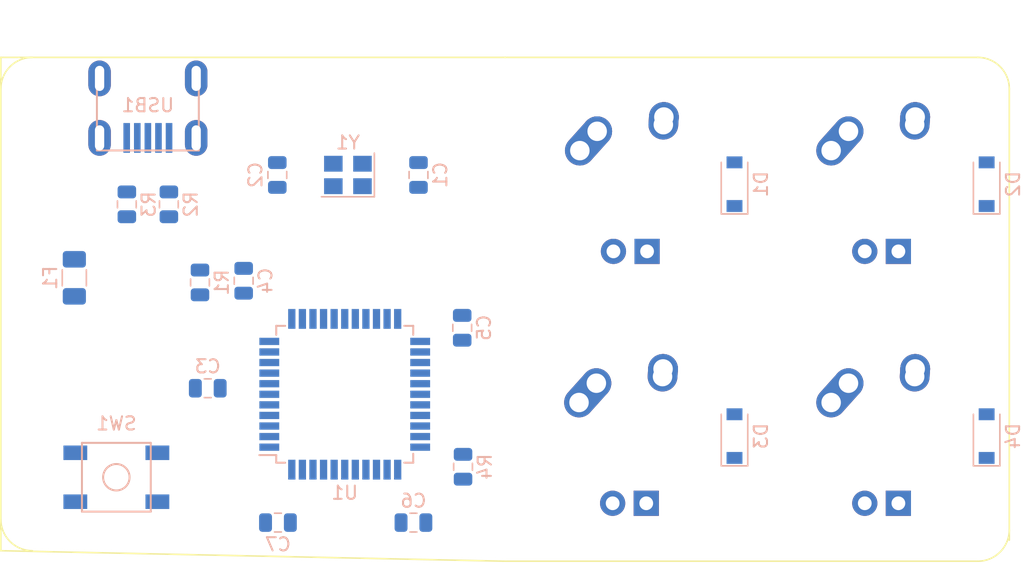
<source format=kicad_pcb>
(kicad_pcb (version 20171130) (host pcbnew "(5.1.4)-1")

  (general
    (thickness 1.6)
    (drawings 10)
    (tracks 0)
    (zones 0)
    (modules 24)
    (nets 48)
  )

  (page A4)
  (layers
    (0 F.Cu signal)
    (31 B.Cu signal)
    (32 B.Adhes user)
    (33 F.Adhes user)
    (34 B.Paste user)
    (35 F.Paste user)
    (36 B.SilkS user)
    (37 F.SilkS user)
    (38 B.Mask user)
    (39 F.Mask user)
    (40 Dwgs.User user)
    (41 Cmts.User user)
    (42 Eco1.User user)
    (43 Eco2.User user)
    (44 Edge.Cuts user)
    (45 Margin user)
    (46 B.CrtYd user)
    (47 F.CrtYd user)
    (48 B.Fab user)
    (49 F.Fab user)
  )

  (setup
    (last_trace_width 0.25)
    (trace_clearance 0.2)
    (zone_clearance 0.508)
    (zone_45_only no)
    (trace_min 0.2)
    (via_size 0.8)
    (via_drill 0.4)
    (via_min_size 0.4)
    (via_min_drill 0.3)
    (uvia_size 0.3)
    (uvia_drill 0.1)
    (uvias_allowed no)
    (uvia_min_size 0.2)
    (uvia_min_drill 0.1)
    (edge_width 0.05)
    (segment_width 0.2)
    (pcb_text_width 0.3)
    (pcb_text_size 1.5 1.5)
    (mod_edge_width 0.12)
    (mod_text_size 1 1)
    (mod_text_width 0.15)
    (pad_size 1.524 1.524)
    (pad_drill 0.762)
    (pad_to_mask_clearance 0.051)
    (solder_mask_min_width 0.25)
    (aux_axis_origin 0 0)
    (visible_elements FFFFFF7F)
    (pcbplotparams
      (layerselection 0x010fc_ffffffff)
      (usegerberextensions false)
      (usegerberattributes false)
      (usegerberadvancedattributes false)
      (creategerberjobfile false)
      (excludeedgelayer true)
      (linewidth 0.100000)
      (plotframeref false)
      (viasonmask false)
      (mode 1)
      (useauxorigin false)
      (hpglpennumber 1)
      (hpglpenspeed 20)
      (hpglpendiameter 15.000000)
      (psnegative false)
      (psa4output false)
      (plotreference true)
      (plotvalue true)
      (plotinvisibletext false)
      (padsonsilk false)
      (subtractmaskfromsilk false)
      (outputformat 1)
      (mirror false)
      (drillshape 1)
      (scaleselection 1)
      (outputdirectory ""))
  )

  (net 0 "")
  (net 1 GND)
  (net 2 "Net-(C1-Pad1)")
  (net 3 "Net-(C2-Pad1)")
  (net 4 "Net-(C3-Pad1)")
  (net 5 +5V)
  (net 6 "Net-(D1-Pad2)")
  (net 7 ROW0)
  (net 8 "Net-(D2-Pad2)")
  (net 9 "Net-(D3-Pad2)")
  (net 10 ROW1)
  (net 11 "Net-(D4-Pad2)")
  (net 12 VCC)
  (net 13 COL0)
  (net 14 COL1)
  (net 15 "Net-(R1-Pad2)")
  (net 16 D+)
  (net 17 "Net-(R2-Pad1)")
  (net 18 D-)
  (net 19 "Net-(R3-Pad1)")
  (net 20 "Net-(R4-Pad2)")
  (net 21 "Net-(U1-Pad42)")
  (net 22 "Net-(U1-Pad41)")
  (net 23 "Net-(U1-Pad40)")
  (net 24 "Net-(U1-Pad39)")
  (net 25 "Net-(U1-Pad38)")
  (net 26 "Net-(U1-Pad37)")
  (net 27 "Net-(U1-Pad36)")
  (net 28 "Net-(U1-Pad32)")
  (net 29 "Net-(U1-Pad31)")
  (net 30 "Net-(U1-Pad30)")
  (net 31 "Net-(U1-Pad29)")
  (net 32 "Net-(U1-Pad28)")
  (net 33 "Net-(U1-Pad27)")
  (net 34 "Net-(U1-Pad26)")
  (net 35 "Net-(U1-Pad25)")
  (net 36 "Net-(U1-Pad22)")
  (net 37 "Net-(U1-Pad21)")
  (net 38 "Net-(U1-Pad20)")
  (net 39 "Net-(U1-Pad19)")
  (net 40 "Net-(U1-Pad18)")
  (net 41 "Net-(U1-Pad12)")
  (net 42 "Net-(U1-Pad11)")
  (net 43 "Net-(U1-Pad10)")
  (net 44 "Net-(U1-Pad9)")
  (net 45 "Net-(U1-Pad8)")
  (net 46 "Net-(U1-Pad1)")
  (net 47 "Net-(USB1-Pad2)")

  (net_class Default "This is the default net class."
    (clearance 0.2)
    (trace_width 0.25)
    (via_dia 0.8)
    (via_drill 0.4)
    (uvia_dia 0.3)
    (uvia_drill 0.1)
    (add_net +5V)
    (add_net COL0)
    (add_net COL1)
    (add_net D+)
    (add_net D-)
    (add_net GND)
    (add_net "Net-(C1-Pad1)")
    (add_net "Net-(C2-Pad1)")
    (add_net "Net-(C3-Pad1)")
    (add_net "Net-(D1-Pad2)")
    (add_net "Net-(D2-Pad2)")
    (add_net "Net-(D3-Pad2)")
    (add_net "Net-(D4-Pad2)")
    (add_net "Net-(R1-Pad2)")
    (add_net "Net-(R2-Pad1)")
    (add_net "Net-(R3-Pad1)")
    (add_net "Net-(R4-Pad2)")
    (add_net "Net-(U1-Pad1)")
    (add_net "Net-(U1-Pad10)")
    (add_net "Net-(U1-Pad11)")
    (add_net "Net-(U1-Pad12)")
    (add_net "Net-(U1-Pad18)")
    (add_net "Net-(U1-Pad19)")
    (add_net "Net-(U1-Pad20)")
    (add_net "Net-(U1-Pad21)")
    (add_net "Net-(U1-Pad22)")
    (add_net "Net-(U1-Pad25)")
    (add_net "Net-(U1-Pad26)")
    (add_net "Net-(U1-Pad27)")
    (add_net "Net-(U1-Pad28)")
    (add_net "Net-(U1-Pad29)")
    (add_net "Net-(U1-Pad30)")
    (add_net "Net-(U1-Pad31)")
    (add_net "Net-(U1-Pad32)")
    (add_net "Net-(U1-Pad36)")
    (add_net "Net-(U1-Pad37)")
    (add_net "Net-(U1-Pad38)")
    (add_net "Net-(U1-Pad39)")
    (add_net "Net-(U1-Pad40)")
    (add_net "Net-(U1-Pad41)")
    (add_net "Net-(U1-Pad42)")
    (add_net "Net-(U1-Pad8)")
    (add_net "Net-(U1-Pad9)")
    (add_net "Net-(USB1-Pad2)")
    (add_net ROW0)
    (add_net ROW1)
    (add_net VCC)
  )

  (module Crystal:Crystal_SMD_3225-4Pin_3.2x2.5mm (layer B.Cu) (tedit 5A0FD1B2) (tstamp 5F2F6804)
    (at 43.688 126.365 180)
    (descr "SMD Crystal SERIES SMD3225/4 http://www.txccrystal.com/images/pdf/7m-accuracy.pdf, 3.2x2.5mm^2 package")
    (tags "SMD SMT crystal")
    (path /5F32CA4F)
    (attr smd)
    (fp_text reference Y1 (at 0 2.45) (layer B.SilkS)
      (effects (font (size 1 1) (thickness 0.15)) (justify mirror))
    )
    (fp_text value 16MHz (at 0 -2.45) (layer B.Fab)
      (effects (font (size 1 1) (thickness 0.15)) (justify mirror))
    )
    (fp_line (start 2.1 1.7) (end -2.1 1.7) (layer B.CrtYd) (width 0.05))
    (fp_line (start 2.1 -1.7) (end 2.1 1.7) (layer B.CrtYd) (width 0.05))
    (fp_line (start -2.1 -1.7) (end 2.1 -1.7) (layer B.CrtYd) (width 0.05))
    (fp_line (start -2.1 1.7) (end -2.1 -1.7) (layer B.CrtYd) (width 0.05))
    (fp_line (start -2 -1.65) (end 2 -1.65) (layer B.SilkS) (width 0.12))
    (fp_line (start -2 1.65) (end -2 -1.65) (layer B.SilkS) (width 0.12))
    (fp_line (start -1.6 -0.25) (end -0.6 -1.25) (layer B.Fab) (width 0.1))
    (fp_line (start 1.6 1.25) (end -1.6 1.25) (layer B.Fab) (width 0.1))
    (fp_line (start 1.6 -1.25) (end 1.6 1.25) (layer B.Fab) (width 0.1))
    (fp_line (start -1.6 -1.25) (end 1.6 -1.25) (layer B.Fab) (width 0.1))
    (fp_line (start -1.6 1.25) (end -1.6 -1.25) (layer B.Fab) (width 0.1))
    (fp_text user %R (at 0 0) (layer B.Fab)
      (effects (font (size 0.7 0.7) (thickness 0.105)) (justify mirror))
    )
    (pad 4 smd rect (at -1.1 0.85 180) (size 1.4 1.2) (layers B.Cu B.Paste B.Mask)
      (net 1 GND))
    (pad 3 smd rect (at 1.1 0.85 180) (size 1.4 1.2) (layers B.Cu B.Paste B.Mask)
      (net 3 "Net-(C2-Pad1)"))
    (pad 2 smd rect (at 1.1 -0.85 180) (size 1.4 1.2) (layers B.Cu B.Paste B.Mask)
      (net 1 GND))
    (pad 1 smd rect (at -1.1 -0.85 180) (size 1.4 1.2) (layers B.Cu B.Paste B.Mask)
      (net 2 "Net-(C1-Pad1)"))
    (model ${KISYS3DMOD}/Crystal.3dshapes/Crystal_SMD_3225-4Pin_3.2x2.5mm.wrl
      (at (xyz 0 0 0))
      (scale (xyz 1 1 1))
      (rotate (xyz 0 0 0))
    )
  )

  (module random-keyboard-parts:Molex-0548190589 (layer B.Cu) (tedit 5C494815) (tstamp 5F2F67F0)
    (at 28.575 119.0625 270)
    (path /5F2E6852)
    (attr smd)
    (fp_text reference USB1 (at 2.032 0) (layer B.SilkS)
      (effects (font (size 1 1) (thickness 0.15)) (justify mirror))
    )
    (fp_text value Molex-0548190589 (at -5.08 0) (layer Dwgs.User)
      (effects (font (size 1 1) (thickness 0.15)))
    )
    (fp_text user %R (at 2 0) (layer B.CrtYd)
      (effects (font (size 1 1) (thickness 0.15)) (justify mirror))
    )
    (fp_line (start 3.25 1.25) (end 5.5 1.25) (layer B.CrtYd) (width 0.15))
    (fp_line (start 5.5 0.5) (end 3.25 0.5) (layer B.CrtYd) (width 0.15))
    (fp_line (start 3.25 -0.5) (end 5.5 -0.5) (layer B.CrtYd) (width 0.15))
    (fp_line (start 5.5 -1.25) (end 3.25 -1.25) (layer B.CrtYd) (width 0.15))
    (fp_line (start 3.25 -2) (end 5.5 -2) (layer B.CrtYd) (width 0.15))
    (fp_line (start 3.25 2) (end 3.25 -2) (layer B.CrtYd) (width 0.15))
    (fp_line (start 5.5 2) (end 3.25 2) (layer B.CrtYd) (width 0.15))
    (fp_line (start -3.75 -3.75) (end -3.75 3.75) (layer B.CrtYd) (width 0.15))
    (fp_line (start 5.5 -3.75) (end -3.75 -3.75) (layer B.CrtYd) (width 0.15))
    (fp_line (start 5.5 3.75) (end 5.5 -3.75) (layer B.CrtYd) (width 0.15))
    (fp_line (start -3.75 3.75) (end 5.5 3.75) (layer B.CrtYd) (width 0.15))
    (fp_line (start 0 3.85) (end 5.45 3.85) (layer B.SilkS) (width 0.15))
    (fp_line (start 0 -3.85) (end 5.45 -3.85) (layer B.SilkS) (width 0.15))
    (fp_line (start 5.45 3.85) (end 5.45 -3.85) (layer B.SilkS) (width 0.15))
    (fp_line (start -3.75 3.85) (end 0 3.85) (layer Dwgs.User) (width 0.15))
    (fp_line (start -3.75 -3.85) (end 0 -3.85) (layer Dwgs.User) (width 0.15))
    (fp_line (start -1.75 4.572) (end -1.75 -4.572) (layer Dwgs.User) (width 0.15))
    (fp_line (start -3.75 3.85) (end -3.75 -3.85) (layer Dwgs.User) (width 0.15))
    (pad 6 thru_hole oval (at 0 3.65 270) (size 2.7 1.7) (drill oval 1.9 0.7) (layers *.Cu *.Mask)
      (net 1 GND))
    (pad 6 thru_hole oval (at 0 -3.65 270) (size 2.7 1.7) (drill oval 1.9 0.7) (layers *.Cu *.Mask)
      (net 1 GND))
    (pad 6 thru_hole oval (at 4.5 -3.65 270) (size 2.7 1.7) (drill oval 1.9 0.7) (layers *.Cu *.Mask)
      (net 1 GND))
    (pad 6 thru_hole oval (at 4.5 3.65 270) (size 2.7 1.7) (drill oval 1.9 0.7) (layers *.Cu *.Mask)
      (net 1 GND))
    (pad 5 smd rect (at 4.5 1.6 270) (size 2.25 0.5) (layers B.Cu B.Paste B.Mask)
      (net 12 VCC))
    (pad 4 smd rect (at 4.5 0.8 270) (size 2.25 0.5) (layers B.Cu B.Paste B.Mask)
      (net 18 D-))
    (pad 3 smd rect (at 4.5 0 270) (size 2.25 0.5) (layers B.Cu B.Paste B.Mask)
      (net 16 D+))
    (pad 2 smd rect (at 4.5 -0.8 270) (size 2.25 0.5) (layers B.Cu B.Paste B.Mask)
      (net 47 "Net-(USB1-Pad2)"))
    (pad 1 smd rect (at 4.5 -1.6 270) (size 2.25 0.5) (layers B.Cu B.Paste B.Mask)
      (net 1 GND))
  )

  (module Package_QFP:TQFP-44_10x10mm_P0.8mm (layer B.Cu) (tedit 5A02F146) (tstamp 5F2F67D0)
    (at 43.449 142.951)
    (descr "44-Lead Plastic Thin Quad Flatpack (PT) - 10x10x1.0 mm Body [TQFP] (see Microchip Packaging Specification 00000049BS.pdf)")
    (tags "QFP 0.8")
    (path /5F2FC833)
    (attr smd)
    (fp_text reference U1 (at 0 7.45) (layer B.SilkS)
      (effects (font (size 1 1) (thickness 0.15)) (justify mirror))
    )
    (fp_text value ATmega32U4-AU (at 0 -7.45) (layer B.Fab)
      (effects (font (size 1 1) (thickness 0.15)) (justify mirror))
    )
    (fp_line (start -5.175 4.6) (end -6.45 4.6) (layer B.SilkS) (width 0.15))
    (fp_line (start 5.175 5.175) (end 4.5 5.175) (layer B.SilkS) (width 0.15))
    (fp_line (start 5.175 -5.175) (end 4.5 -5.175) (layer B.SilkS) (width 0.15))
    (fp_line (start -5.175 -5.175) (end -4.5 -5.175) (layer B.SilkS) (width 0.15))
    (fp_line (start -5.175 5.175) (end -4.5 5.175) (layer B.SilkS) (width 0.15))
    (fp_line (start -5.175 -5.175) (end -5.175 -4.5) (layer B.SilkS) (width 0.15))
    (fp_line (start 5.175 -5.175) (end 5.175 -4.5) (layer B.SilkS) (width 0.15))
    (fp_line (start 5.175 5.175) (end 5.175 4.5) (layer B.SilkS) (width 0.15))
    (fp_line (start -5.175 5.175) (end -5.175 4.6) (layer B.SilkS) (width 0.15))
    (fp_line (start -6.7 -6.7) (end 6.7 -6.7) (layer B.CrtYd) (width 0.05))
    (fp_line (start -6.7 6.7) (end 6.7 6.7) (layer B.CrtYd) (width 0.05))
    (fp_line (start 6.7 6.7) (end 6.7 -6.7) (layer B.CrtYd) (width 0.05))
    (fp_line (start -6.7 6.7) (end -6.7 -6.7) (layer B.CrtYd) (width 0.05))
    (fp_line (start -5 4) (end -4 5) (layer B.Fab) (width 0.15))
    (fp_line (start -5 -5) (end -5 4) (layer B.Fab) (width 0.15))
    (fp_line (start 5 -5) (end -5 -5) (layer B.Fab) (width 0.15))
    (fp_line (start 5 5) (end 5 -5) (layer B.Fab) (width 0.15))
    (fp_line (start -4 5) (end 5 5) (layer B.Fab) (width 0.15))
    (fp_text user %R (at 0 0) (layer B.Fab)
      (effects (font (size 1 1) (thickness 0.15)) (justify mirror))
    )
    (pad 44 smd rect (at -4 5.7 270) (size 1.5 0.55) (layers B.Cu B.Paste B.Mask)
      (net 5 +5V))
    (pad 43 smd rect (at -3.2 5.7 270) (size 1.5 0.55) (layers B.Cu B.Paste B.Mask)
      (net 1 GND))
    (pad 42 smd rect (at -2.4 5.7 270) (size 1.5 0.55) (layers B.Cu B.Paste B.Mask)
      (net 21 "Net-(U1-Pad42)"))
    (pad 41 smd rect (at -1.6 5.7 270) (size 1.5 0.55) (layers B.Cu B.Paste B.Mask)
      (net 22 "Net-(U1-Pad41)"))
    (pad 40 smd rect (at -0.8 5.7 270) (size 1.5 0.55) (layers B.Cu B.Paste B.Mask)
      (net 23 "Net-(U1-Pad40)"))
    (pad 39 smd rect (at 0 5.7 270) (size 1.5 0.55) (layers B.Cu B.Paste B.Mask)
      (net 24 "Net-(U1-Pad39)"))
    (pad 38 smd rect (at 0.8 5.7 270) (size 1.5 0.55) (layers B.Cu B.Paste B.Mask)
      (net 25 "Net-(U1-Pad38)"))
    (pad 37 smd rect (at 1.6 5.7 270) (size 1.5 0.55) (layers B.Cu B.Paste B.Mask)
      (net 26 "Net-(U1-Pad37)"))
    (pad 36 smd rect (at 2.4 5.7 270) (size 1.5 0.55) (layers B.Cu B.Paste B.Mask)
      (net 27 "Net-(U1-Pad36)"))
    (pad 35 smd rect (at 3.2 5.7 270) (size 1.5 0.55) (layers B.Cu B.Paste B.Mask)
      (net 1 GND))
    (pad 34 smd rect (at 4 5.7 270) (size 1.5 0.55) (layers B.Cu B.Paste B.Mask)
      (net 5 +5V))
    (pad 33 smd rect (at 5.7 4) (size 1.5 0.55) (layers B.Cu B.Paste B.Mask)
      (net 20 "Net-(R4-Pad2)"))
    (pad 32 smd rect (at 5.7 3.2) (size 1.5 0.55) (layers B.Cu B.Paste B.Mask)
      (net 28 "Net-(U1-Pad32)"))
    (pad 31 smd rect (at 5.7 2.4) (size 1.5 0.55) (layers B.Cu B.Paste B.Mask)
      (net 29 "Net-(U1-Pad31)"))
    (pad 30 smd rect (at 5.7 1.6) (size 1.5 0.55) (layers B.Cu B.Paste B.Mask)
      (net 30 "Net-(U1-Pad30)"))
    (pad 29 smd rect (at 5.7 0.8) (size 1.5 0.55) (layers B.Cu B.Paste B.Mask)
      (net 31 "Net-(U1-Pad29)"))
    (pad 28 smd rect (at 5.7 0) (size 1.5 0.55) (layers B.Cu B.Paste B.Mask)
      (net 32 "Net-(U1-Pad28)"))
    (pad 27 smd rect (at 5.7 -0.8) (size 1.5 0.55) (layers B.Cu B.Paste B.Mask)
      (net 33 "Net-(U1-Pad27)"))
    (pad 26 smd rect (at 5.7 -1.6) (size 1.5 0.55) (layers B.Cu B.Paste B.Mask)
      (net 34 "Net-(U1-Pad26)"))
    (pad 25 smd rect (at 5.7 -2.4) (size 1.5 0.55) (layers B.Cu B.Paste B.Mask)
      (net 35 "Net-(U1-Pad25)"))
    (pad 24 smd rect (at 5.7 -3.2) (size 1.5 0.55) (layers B.Cu B.Paste B.Mask)
      (net 5 +5V))
    (pad 23 smd rect (at 5.7 -4) (size 1.5 0.55) (layers B.Cu B.Paste B.Mask)
      (net 1 GND))
    (pad 22 smd rect (at 4 -5.7 270) (size 1.5 0.55) (layers B.Cu B.Paste B.Mask)
      (net 36 "Net-(U1-Pad22)"))
    (pad 21 smd rect (at 3.2 -5.7 270) (size 1.5 0.55) (layers B.Cu B.Paste B.Mask)
      (net 37 "Net-(U1-Pad21)"))
    (pad 20 smd rect (at 2.4 -5.7 270) (size 1.5 0.55) (layers B.Cu B.Paste B.Mask)
      (net 38 "Net-(U1-Pad20)"))
    (pad 19 smd rect (at 1.6 -5.7 270) (size 1.5 0.55) (layers B.Cu B.Paste B.Mask)
      (net 39 "Net-(U1-Pad19)"))
    (pad 18 smd rect (at 0.8 -5.7 270) (size 1.5 0.55) (layers B.Cu B.Paste B.Mask)
      (net 40 "Net-(U1-Pad18)"))
    (pad 17 smd rect (at 0 -5.7 270) (size 1.5 0.55) (layers B.Cu B.Paste B.Mask)
      (net 2 "Net-(C1-Pad1)"))
    (pad 16 smd rect (at -0.8 -5.7 270) (size 1.5 0.55) (layers B.Cu B.Paste B.Mask)
      (net 3 "Net-(C2-Pad1)"))
    (pad 15 smd rect (at -1.6 -5.7 270) (size 1.5 0.55) (layers B.Cu B.Paste B.Mask)
      (net 1 GND))
    (pad 14 smd rect (at -2.4 -5.7 270) (size 1.5 0.55) (layers B.Cu B.Paste B.Mask)
      (net 5 +5V))
    (pad 13 smd rect (at -3.2 -5.7 270) (size 1.5 0.55) (layers B.Cu B.Paste B.Mask)
      (net 15 "Net-(R1-Pad2)"))
    (pad 12 smd rect (at -4 -5.7 270) (size 1.5 0.55) (layers B.Cu B.Paste B.Mask)
      (net 41 "Net-(U1-Pad12)"))
    (pad 11 smd rect (at -5.7 -4) (size 1.5 0.55) (layers B.Cu B.Paste B.Mask)
      (net 42 "Net-(U1-Pad11)"))
    (pad 10 smd rect (at -5.7 -3.2) (size 1.5 0.55) (layers B.Cu B.Paste B.Mask)
      (net 43 "Net-(U1-Pad10)"))
    (pad 9 smd rect (at -5.7 -2.4) (size 1.5 0.55) (layers B.Cu B.Paste B.Mask)
      (net 44 "Net-(U1-Pad9)"))
    (pad 8 smd rect (at -5.7 -1.6) (size 1.5 0.55) (layers B.Cu B.Paste B.Mask)
      (net 45 "Net-(U1-Pad8)"))
    (pad 7 smd rect (at -5.7 -0.8) (size 1.5 0.55) (layers B.Cu B.Paste B.Mask)
      (net 5 +5V))
    (pad 6 smd rect (at -5.7 0) (size 1.5 0.55) (layers B.Cu B.Paste B.Mask)
      (net 4 "Net-(C3-Pad1)"))
    (pad 5 smd rect (at -5.7 0.8) (size 1.5 0.55) (layers B.Cu B.Paste B.Mask)
      (net 1 GND))
    (pad 4 smd rect (at -5.7 1.6) (size 1.5 0.55) (layers B.Cu B.Paste B.Mask)
      (net 17 "Net-(R2-Pad1)"))
    (pad 3 smd rect (at -5.7 2.4) (size 1.5 0.55) (layers B.Cu B.Paste B.Mask)
      (net 19 "Net-(R3-Pad1)"))
    (pad 2 smd rect (at -5.7 3.2) (size 1.5 0.55) (layers B.Cu B.Paste B.Mask)
      (net 5 +5V))
    (pad 1 smd rect (at -5.7 4) (size 1.5 0.55) (layers B.Cu B.Paste B.Mask)
      (net 46 "Net-(U1-Pad1)"))
    (model ${KISYS3DMOD}/Package_QFP.3dshapes/TQFP-44_10x10mm_P0.8mm.wrl
      (at (xyz 0 0 0))
      (scale (xyz 1 1 1))
      (rotate (xyz 0 0 0))
    )
  )

  (module random-keyboard-parts:SKQG-1155865 (layer B.Cu) (tedit 5E62B398) (tstamp 5F2F678D)
    (at 26.19375 149.225)
    (path /5F33D731)
    (attr smd)
    (fp_text reference SW1 (at 0 -4.064) (layer B.SilkS)
      (effects (font (size 1 1) (thickness 0.15)) (justify mirror))
    )
    (fp_text value SW_Push (at 0 4.064) (layer B.Fab)
      (effects (font (size 1 1) (thickness 0.15)) (justify mirror))
    )
    (fp_line (start -2.6 2.6) (end 2.6 2.6) (layer B.SilkS) (width 0.15))
    (fp_line (start 2.6 2.6) (end 2.6 -2.6) (layer B.SilkS) (width 0.15))
    (fp_line (start 2.6 -2.6) (end -2.6 -2.6) (layer B.SilkS) (width 0.15))
    (fp_line (start -2.6 -2.6) (end -2.6 2.6) (layer B.SilkS) (width 0.15))
    (fp_circle (center 0 0) (end 1 0) (layer B.SilkS) (width 0.15))
    (fp_line (start -4.2 2.6) (end 4.2 2.6) (layer B.Fab) (width 0.15))
    (fp_line (start 4.2 2.6) (end 4.2 1.2) (layer B.Fab) (width 0.15))
    (fp_line (start 4.2 1.1) (end 2.6 1.1) (layer B.Fab) (width 0.15))
    (fp_line (start 2.6 1.1) (end 2.6 -1.1) (layer B.Fab) (width 0.15))
    (fp_line (start 2.6 -1.1) (end 4.2 -1.1) (layer B.Fab) (width 0.15))
    (fp_line (start 4.2 -1.1) (end 4.2 -2.6) (layer B.Fab) (width 0.15))
    (fp_line (start 4.2 -2.6) (end -4.2 -2.6) (layer B.Fab) (width 0.15))
    (fp_line (start -4.2 -2.6) (end -4.2 -1.1) (layer B.Fab) (width 0.15))
    (fp_line (start -4.2 -1.1) (end -2.6 -1.1) (layer B.Fab) (width 0.15))
    (fp_line (start -2.6 -1.1) (end -2.6 1.1) (layer B.Fab) (width 0.15))
    (fp_line (start -2.6 1.1) (end -4.2 1.1) (layer B.Fab) (width 0.15))
    (fp_line (start -4.2 1.1) (end -4.2 2.6) (layer B.Fab) (width 0.15))
    (fp_circle (center 0 0) (end 1 0) (layer B.Fab) (width 0.15))
    (fp_line (start -2.6 1.1) (end -1.1 2.6) (layer B.Fab) (width 0.15))
    (fp_line (start 2.6 1.1) (end 1.1 2.6) (layer B.Fab) (width 0.15))
    (fp_line (start 2.6 -1.1) (end 1.1 -2.6) (layer B.Fab) (width 0.15))
    (fp_line (start -2.6 -1.1) (end -1.1 -2.6) (layer B.Fab) (width 0.15))
    (pad 4 smd rect (at -3.1 -1.85) (size 1.8 1.1) (layers B.Cu B.Paste B.Mask))
    (pad 3 smd rect (at 3.1 1.85) (size 1.8 1.1) (layers B.Cu B.Paste B.Mask))
    (pad 2 smd rect (at -3.1 1.85) (size 1.8 1.1) (layers B.Cu B.Paste B.Mask)
      (net 15 "Net-(R1-Pad2)"))
    (pad 1 smd rect (at 3.1 -1.85) (size 1.8 1.1) (layers B.Cu B.Paste B.Mask)
      (net 1 GND))
    (model ${KISYS3DMOD}/Button_Switch_SMD.3dshapes/SW_SPST_TL3342.step
      (at (xyz 0 0 0))
      (scale (xyz 1 1 1))
      (rotate (xyz 0 0 0))
    )
  )

  (module Resistor_SMD:R_0805_2012Metric (layer B.Cu) (tedit 5B36C52B) (tstamp 5F2F676F)
    (at 52.3875 148.43125 90)
    (descr "Resistor SMD 0805 (2012 Metric), square (rectangular) end terminal, IPC_7351 nominal, (Body size source: https://docs.google.com/spreadsheets/d/1BsfQQcO9C6DZCsRaXUlFlo91Tg2WpOkGARC1WS5S8t0/edit?usp=sharing), generated with kicad-footprint-generator")
    (tags resistor)
    (path /5F302FF7)
    (attr smd)
    (fp_text reference R4 (at 0 1.65 90) (layer B.SilkS)
      (effects (font (size 1 1) (thickness 0.15)) (justify mirror))
    )
    (fp_text value 10k (at 0 -1.65 90) (layer B.Fab)
      (effects (font (size 1 1) (thickness 0.15)) (justify mirror))
    )
    (fp_text user %R (at 0 0 90) (layer B.Fab)
      (effects (font (size 0.5 0.5) (thickness 0.08)) (justify mirror))
    )
    (fp_line (start 1.68 -0.95) (end -1.68 -0.95) (layer B.CrtYd) (width 0.05))
    (fp_line (start 1.68 0.95) (end 1.68 -0.95) (layer B.CrtYd) (width 0.05))
    (fp_line (start -1.68 0.95) (end 1.68 0.95) (layer B.CrtYd) (width 0.05))
    (fp_line (start -1.68 -0.95) (end -1.68 0.95) (layer B.CrtYd) (width 0.05))
    (fp_line (start -0.258578 -0.71) (end 0.258578 -0.71) (layer B.SilkS) (width 0.12))
    (fp_line (start -0.258578 0.71) (end 0.258578 0.71) (layer B.SilkS) (width 0.12))
    (fp_line (start 1 -0.6) (end -1 -0.6) (layer B.Fab) (width 0.1))
    (fp_line (start 1 0.6) (end 1 -0.6) (layer B.Fab) (width 0.1))
    (fp_line (start -1 0.6) (end 1 0.6) (layer B.Fab) (width 0.1))
    (fp_line (start -1 -0.6) (end -1 0.6) (layer B.Fab) (width 0.1))
    (pad 2 smd roundrect (at 0.9375 0 90) (size 0.975 1.4) (layers B.Cu B.Paste B.Mask) (roundrect_rratio 0.25)
      (net 20 "Net-(R4-Pad2)"))
    (pad 1 smd roundrect (at -0.9375 0 90) (size 0.975 1.4) (layers B.Cu B.Paste B.Mask) (roundrect_rratio 0.25)
      (net 1 GND))
    (model ${KISYS3DMOD}/Resistor_SMD.3dshapes/R_0805_2012Metric.wrl
      (at (xyz 0 0 0))
      (scale (xyz 1 1 1))
      (rotate (xyz 0 0 0))
    )
  )

  (module Resistor_SMD:R_0805_2012Metric (layer B.Cu) (tedit 5B36C52B) (tstamp 5F2F675E)
    (at 26.9875 128.5875 90)
    (descr "Resistor SMD 0805 (2012 Metric), square (rectangular) end terminal, IPC_7351 nominal, (Body size source: https://docs.google.com/spreadsheets/d/1BsfQQcO9C6DZCsRaXUlFlo91Tg2WpOkGARC1WS5S8t0/edit?usp=sharing), generated with kicad-footprint-generator")
    (tags resistor)
    (path /5F30870E)
    (attr smd)
    (fp_text reference R3 (at 0 1.65 270) (layer B.SilkS)
      (effects (font (size 1 1) (thickness 0.15)) (justify mirror))
    )
    (fp_text value 22 (at 0 -1.65 270) (layer B.Fab)
      (effects (font (size 1 1) (thickness 0.15)) (justify mirror))
    )
    (fp_text user %R (at 0 0 270) (layer B.Fab)
      (effects (font (size 0.5 0.5) (thickness 0.08)) (justify mirror))
    )
    (fp_line (start 1.68 -0.95) (end -1.68 -0.95) (layer B.CrtYd) (width 0.05))
    (fp_line (start 1.68 0.95) (end 1.68 -0.95) (layer B.CrtYd) (width 0.05))
    (fp_line (start -1.68 0.95) (end 1.68 0.95) (layer B.CrtYd) (width 0.05))
    (fp_line (start -1.68 -0.95) (end -1.68 0.95) (layer B.CrtYd) (width 0.05))
    (fp_line (start -0.258578 -0.71) (end 0.258578 -0.71) (layer B.SilkS) (width 0.12))
    (fp_line (start -0.258578 0.71) (end 0.258578 0.71) (layer B.SilkS) (width 0.12))
    (fp_line (start 1 -0.6) (end -1 -0.6) (layer B.Fab) (width 0.1))
    (fp_line (start 1 0.6) (end 1 -0.6) (layer B.Fab) (width 0.1))
    (fp_line (start -1 0.6) (end 1 0.6) (layer B.Fab) (width 0.1))
    (fp_line (start -1 -0.6) (end -1 0.6) (layer B.Fab) (width 0.1))
    (pad 2 smd roundrect (at 0.9375 0 90) (size 0.975 1.4) (layers B.Cu B.Paste B.Mask) (roundrect_rratio 0.25)
      (net 18 D-))
    (pad 1 smd roundrect (at -0.9375 0 90) (size 0.975 1.4) (layers B.Cu B.Paste B.Mask) (roundrect_rratio 0.25)
      (net 19 "Net-(R3-Pad1)"))
    (model ${KISYS3DMOD}/Resistor_SMD.3dshapes/R_0805_2012Metric.wrl
      (at (xyz 0 0 0))
      (scale (xyz 1 1 1))
      (rotate (xyz 0 0 0))
    )
  )

  (module Resistor_SMD:R_0805_2012Metric (layer B.Cu) (tedit 5B36C52B) (tstamp 5F2F674D)
    (at 30.1625 128.5875 90)
    (descr "Resistor SMD 0805 (2012 Metric), square (rectangular) end terminal, IPC_7351 nominal, (Body size source: https://docs.google.com/spreadsheets/d/1BsfQQcO9C6DZCsRaXUlFlo91Tg2WpOkGARC1WS5S8t0/edit?usp=sharing), generated with kicad-footprint-generator")
    (tags resistor)
    (path /5F307178)
    (attr smd)
    (fp_text reference R2 (at 0 1.65 90) (layer B.SilkS)
      (effects (font (size 1 1) (thickness 0.15)) (justify mirror))
    )
    (fp_text value 22 (at 0 -1.65 90) (layer B.Fab)
      (effects (font (size 1 1) (thickness 0.15)) (justify mirror))
    )
    (fp_text user %R (at 0 0 90) (layer B.Fab)
      (effects (font (size 0.5 0.5) (thickness 0.08)) (justify mirror))
    )
    (fp_line (start 1.68 -0.95) (end -1.68 -0.95) (layer B.CrtYd) (width 0.05))
    (fp_line (start 1.68 0.95) (end 1.68 -0.95) (layer B.CrtYd) (width 0.05))
    (fp_line (start -1.68 0.95) (end 1.68 0.95) (layer B.CrtYd) (width 0.05))
    (fp_line (start -1.68 -0.95) (end -1.68 0.95) (layer B.CrtYd) (width 0.05))
    (fp_line (start -0.258578 -0.71) (end 0.258578 -0.71) (layer B.SilkS) (width 0.12))
    (fp_line (start -0.258578 0.71) (end 0.258578 0.71) (layer B.SilkS) (width 0.12))
    (fp_line (start 1 -0.6) (end -1 -0.6) (layer B.Fab) (width 0.1))
    (fp_line (start 1 0.6) (end 1 -0.6) (layer B.Fab) (width 0.1))
    (fp_line (start -1 0.6) (end 1 0.6) (layer B.Fab) (width 0.1))
    (fp_line (start -1 -0.6) (end -1 0.6) (layer B.Fab) (width 0.1))
    (pad 2 smd roundrect (at 0.9375 0 90) (size 0.975 1.4) (layers B.Cu B.Paste B.Mask) (roundrect_rratio 0.25)
      (net 16 D+))
    (pad 1 smd roundrect (at -0.9375 0 90) (size 0.975 1.4) (layers B.Cu B.Paste B.Mask) (roundrect_rratio 0.25)
      (net 17 "Net-(R2-Pad1)"))
    (model ${KISYS3DMOD}/Resistor_SMD.3dshapes/R_0805_2012Metric.wrl
      (at (xyz 0 0 0))
      (scale (xyz 1 1 1))
      (rotate (xyz 0 0 0))
    )
  )

  (module Resistor_SMD:R_0805_2012Metric (layer B.Cu) (tedit 5B36C52B) (tstamp 5F2F673C)
    (at 32.512 134.493 90)
    (descr "Resistor SMD 0805 (2012 Metric), square (rectangular) end terminal, IPC_7351 nominal, (Body size source: https://docs.google.com/spreadsheets/d/1BsfQQcO9C6DZCsRaXUlFlo91Tg2WpOkGARC1WS5S8t0/edit?usp=sharing), generated with kicad-footprint-generator")
    (tags resistor)
    (path /5F343573)
    (attr smd)
    (fp_text reference R1 (at 0 1.65 270) (layer B.SilkS)
      (effects (font (size 1 1) (thickness 0.15)) (justify mirror))
    )
    (fp_text value 10k (at 0 -1.65 270) (layer B.Fab)
      (effects (font (size 1 1) (thickness 0.15)) (justify mirror))
    )
    (fp_text user %R (at 0 0 270) (layer B.Fab)
      (effects (font (size 0.5 0.5) (thickness 0.08)) (justify mirror))
    )
    (fp_line (start 1.68 -0.95) (end -1.68 -0.95) (layer B.CrtYd) (width 0.05))
    (fp_line (start 1.68 0.95) (end 1.68 -0.95) (layer B.CrtYd) (width 0.05))
    (fp_line (start -1.68 0.95) (end 1.68 0.95) (layer B.CrtYd) (width 0.05))
    (fp_line (start -1.68 -0.95) (end -1.68 0.95) (layer B.CrtYd) (width 0.05))
    (fp_line (start -0.258578 -0.71) (end 0.258578 -0.71) (layer B.SilkS) (width 0.12))
    (fp_line (start -0.258578 0.71) (end 0.258578 0.71) (layer B.SilkS) (width 0.12))
    (fp_line (start 1 -0.6) (end -1 -0.6) (layer B.Fab) (width 0.1))
    (fp_line (start 1 0.6) (end 1 -0.6) (layer B.Fab) (width 0.1))
    (fp_line (start -1 0.6) (end 1 0.6) (layer B.Fab) (width 0.1))
    (fp_line (start -1 -0.6) (end -1 0.6) (layer B.Fab) (width 0.1))
    (pad 2 smd roundrect (at 0.9375 0 90) (size 0.975 1.4) (layers B.Cu B.Paste B.Mask) (roundrect_rratio 0.25)
      (net 15 "Net-(R1-Pad2)"))
    (pad 1 smd roundrect (at -0.9375 0 90) (size 0.975 1.4) (layers B.Cu B.Paste B.Mask) (roundrect_rratio 0.25)
      (net 5 +5V))
    (model ${KISYS3DMOD}/Resistor_SMD.3dshapes/R_0805_2012Metric.wrl
      (at (xyz 0 0 0))
      (scale (xyz 1 1 1))
      (rotate (xyz 0 0 0))
    )
  )

  (module MX_Alps_Hybrid:MX-1U (layer F.Cu) (tedit 5A9F3A9A) (tstamp 5F2F672B)
    (at 84.0105 146.1135)
    (path /5F328306)
    (fp_text reference MX4 (at 0 3.175) (layer Dwgs.User)
      (effects (font (size 1 1) (thickness 0.15)))
    )
    (fp_text value MX-NoLED (at 0 -7.9375) (layer Dwgs.User)
      (effects (font (size 1 1) (thickness 0.15)))
    )
    (fp_line (start -9.525 9.525) (end -9.525 -9.525) (layer Dwgs.User) (width 0.15))
    (fp_line (start 9.525 9.525) (end -9.525 9.525) (layer Dwgs.User) (width 0.15))
    (fp_line (start 9.525 -9.525) (end 9.525 9.525) (layer Dwgs.User) (width 0.15))
    (fp_line (start -9.525 -9.525) (end 9.525 -9.525) (layer Dwgs.User) (width 0.15))
    (fp_line (start -7 -7) (end -7 -5) (layer Dwgs.User) (width 0.15))
    (fp_line (start -5 -7) (end -7 -7) (layer Dwgs.User) (width 0.15))
    (fp_line (start -7 7) (end -5 7) (layer Dwgs.User) (width 0.15))
    (fp_line (start -7 5) (end -7 7) (layer Dwgs.User) (width 0.15))
    (fp_line (start 7 7) (end 7 5) (layer Dwgs.User) (width 0.15))
    (fp_line (start 5 7) (end 7 7) (layer Dwgs.User) (width 0.15))
    (fp_line (start 7 -7) (end 7 -5) (layer Dwgs.User) (width 0.15))
    (fp_line (start 5 -7) (end 7 -7) (layer Dwgs.User) (width 0.15))
    (pad "" np_thru_hole circle (at 5.08 0 48.0996) (size 1.75 1.75) (drill 1.75) (layers *.Cu *.Mask))
    (pad "" np_thru_hole circle (at -5.08 0 48.0996) (size 1.75 1.75) (drill 1.75) (layers *.Cu *.Mask))
    (pad 4 thru_hole rect (at 1.27 5.08) (size 1.905 1.905) (drill 1.04) (layers *.Cu B.Mask))
    (pad 3 thru_hole circle (at -1.27 5.08) (size 1.905 1.905) (drill 1.04) (layers *.Cu B.Mask))
    (pad 1 thru_hole circle (at -2.5 -4) (size 2.25 2.25) (drill 1.47) (layers *.Cu B.Mask)
      (net 14 COL1))
    (pad "" np_thru_hole circle (at 0 0) (size 3.9878 3.9878) (drill 3.9878) (layers *.Cu *.Mask))
    (pad 1 thru_hole oval (at -3.81 -2.54 48.0996) (size 4.211556 2.25) (drill 1.47 (offset 0.980778 0)) (layers *.Cu B.Mask)
      (net 14 COL1))
    (pad 2 thru_hole circle (at 2.54 -5.08) (size 2.25 2.25) (drill 1.47) (layers *.Cu B.Mask)
      (net 11 "Net-(D4-Pad2)"))
    (pad 2 thru_hole oval (at 2.5 -4.5 86.0548) (size 2.831378 2.25) (drill 1.47 (offset 0.290689 0)) (layers *.Cu B.Mask)
      (net 11 "Net-(D4-Pad2)"))
  )

  (module MX_Alps_Hybrid:MX-1U (layer F.Cu) (tedit 5A9F3A9A) (tstamp 5F2F6712)
    (at 64.9605 146.1135)
    (path /5F321FE0)
    (fp_text reference MX3 (at 0 3.175) (layer Dwgs.User)
      (effects (font (size 1 1) (thickness 0.15)))
    )
    (fp_text value MX-NoLED (at 0 -7.9375) (layer Dwgs.User)
      (effects (font (size 1 1) (thickness 0.15)))
    )
    (fp_line (start -9.525 9.525) (end -9.525 -9.525) (layer Dwgs.User) (width 0.15))
    (fp_line (start 9.525 9.525) (end -9.525 9.525) (layer Dwgs.User) (width 0.15))
    (fp_line (start 9.525 -9.525) (end 9.525 9.525) (layer Dwgs.User) (width 0.15))
    (fp_line (start -9.525 -9.525) (end 9.525 -9.525) (layer Dwgs.User) (width 0.15))
    (fp_line (start -7 -7) (end -7 -5) (layer Dwgs.User) (width 0.15))
    (fp_line (start -5 -7) (end -7 -7) (layer Dwgs.User) (width 0.15))
    (fp_line (start -7 7) (end -5 7) (layer Dwgs.User) (width 0.15))
    (fp_line (start -7 5) (end -7 7) (layer Dwgs.User) (width 0.15))
    (fp_line (start 7 7) (end 7 5) (layer Dwgs.User) (width 0.15))
    (fp_line (start 5 7) (end 7 7) (layer Dwgs.User) (width 0.15))
    (fp_line (start 7 -7) (end 7 -5) (layer Dwgs.User) (width 0.15))
    (fp_line (start 5 -7) (end 7 -7) (layer Dwgs.User) (width 0.15))
    (pad "" np_thru_hole circle (at 5.08 0 48.0996) (size 1.75 1.75) (drill 1.75) (layers *.Cu *.Mask))
    (pad "" np_thru_hole circle (at -5.08 0 48.0996) (size 1.75 1.75) (drill 1.75) (layers *.Cu *.Mask))
    (pad 4 thru_hole rect (at 1.27 5.08) (size 1.905 1.905) (drill 1.04) (layers *.Cu B.Mask))
    (pad 3 thru_hole circle (at -1.27 5.08) (size 1.905 1.905) (drill 1.04) (layers *.Cu B.Mask))
    (pad 1 thru_hole circle (at -2.5 -4) (size 2.25 2.25) (drill 1.47) (layers *.Cu B.Mask)
      (net 13 COL0))
    (pad "" np_thru_hole circle (at 0 0) (size 3.9878 3.9878) (drill 3.9878) (layers *.Cu *.Mask))
    (pad 1 thru_hole oval (at -3.81 -2.54 48.0996) (size 4.211556 2.25) (drill 1.47 (offset 0.980778 0)) (layers *.Cu B.Mask)
      (net 13 COL0))
    (pad 2 thru_hole circle (at 2.54 -5.08) (size 2.25 2.25) (drill 1.47) (layers *.Cu B.Mask)
      (net 9 "Net-(D3-Pad2)"))
    (pad 2 thru_hole oval (at 2.5 -4.5 86.0548) (size 2.831378 2.25) (drill 1.47 (offset 0.290689 0)) (layers *.Cu B.Mask)
      (net 9 "Net-(D3-Pad2)"))
  )

  (module MX_Alps_Hybrid:MX-1U (layer F.Cu) (tedit 5A9F3A9A) (tstamp 5F2F66F9)
    (at 84.0105 127.0635)
    (path /5F31EDBF)
    (fp_text reference MX2 (at 0 3.175) (layer Dwgs.User)
      (effects (font (size 1 1) (thickness 0.15)))
    )
    (fp_text value MX-NoLED (at 0 -7.9375) (layer Dwgs.User)
      (effects (font (size 1 1) (thickness 0.15)))
    )
    (fp_line (start -9.525 9.525) (end -9.525 -9.525) (layer Dwgs.User) (width 0.15))
    (fp_line (start 9.525 9.525) (end -9.525 9.525) (layer Dwgs.User) (width 0.15))
    (fp_line (start 9.525 -9.525) (end 9.525 9.525) (layer Dwgs.User) (width 0.15))
    (fp_line (start -9.525 -9.525) (end 9.525 -9.525) (layer Dwgs.User) (width 0.15))
    (fp_line (start -7 -7) (end -7 -5) (layer Dwgs.User) (width 0.15))
    (fp_line (start -5 -7) (end -7 -7) (layer Dwgs.User) (width 0.15))
    (fp_line (start -7 7) (end -5 7) (layer Dwgs.User) (width 0.15))
    (fp_line (start -7 5) (end -7 7) (layer Dwgs.User) (width 0.15))
    (fp_line (start 7 7) (end 7 5) (layer Dwgs.User) (width 0.15))
    (fp_line (start 5 7) (end 7 7) (layer Dwgs.User) (width 0.15))
    (fp_line (start 7 -7) (end 7 -5) (layer Dwgs.User) (width 0.15))
    (fp_line (start 5 -7) (end 7 -7) (layer Dwgs.User) (width 0.15))
    (pad "" np_thru_hole circle (at 5.08 0 48.0996) (size 1.75 1.75) (drill 1.75) (layers *.Cu *.Mask))
    (pad "" np_thru_hole circle (at -5.08 0 48.0996) (size 1.75 1.75) (drill 1.75) (layers *.Cu *.Mask))
    (pad 4 thru_hole rect (at 1.27 5.08) (size 1.905 1.905) (drill 1.04) (layers *.Cu B.Mask))
    (pad 3 thru_hole circle (at -1.27 5.08) (size 1.905 1.905) (drill 1.04) (layers *.Cu B.Mask))
    (pad 1 thru_hole circle (at -2.5 -4) (size 2.25 2.25) (drill 1.47) (layers *.Cu B.Mask)
      (net 14 COL1))
    (pad "" np_thru_hole circle (at 0 0) (size 3.9878 3.9878) (drill 3.9878) (layers *.Cu *.Mask))
    (pad 1 thru_hole oval (at -3.81 -2.54 48.0996) (size 4.211556 2.25) (drill 1.47 (offset 0.980778 0)) (layers *.Cu B.Mask)
      (net 14 COL1))
    (pad 2 thru_hole circle (at 2.54 -5.08) (size 2.25 2.25) (drill 1.47) (layers *.Cu B.Mask)
      (net 8 "Net-(D2-Pad2)"))
    (pad 2 thru_hole oval (at 2.5 -4.5 86.0548) (size 2.831378 2.25) (drill 1.47 (offset 0.290689 0)) (layers *.Cu B.Mask)
      (net 8 "Net-(D2-Pad2)"))
  )

  (module MX_Alps_Hybrid:MX-1U (layer F.Cu) (tedit 5A9F3A9A) (tstamp 5F2F66E0)
    (at 65.022 127.0635)
    (path /5F303898)
    (fp_text reference MX1 (at 0 3.175) (layer Dwgs.User)
      (effects (font (size 1 1) (thickness 0.15)))
    )
    (fp_text value MX-NoLED (at 0 -7.9375) (layer Dwgs.User)
      (effects (font (size 1 1) (thickness 0.15)))
    )
    (fp_line (start -9.525 9.525) (end -9.525 -9.525) (layer Dwgs.User) (width 0.15))
    (fp_line (start 9.525 9.525) (end -9.525 9.525) (layer Dwgs.User) (width 0.15))
    (fp_line (start 9.525 -9.525) (end 9.525 9.525) (layer Dwgs.User) (width 0.15))
    (fp_line (start -9.525 -9.525) (end 9.525 -9.525) (layer Dwgs.User) (width 0.15))
    (fp_line (start -7 -7) (end -7 -5) (layer Dwgs.User) (width 0.15))
    (fp_line (start -5 -7) (end -7 -7) (layer Dwgs.User) (width 0.15))
    (fp_line (start -7 7) (end -5 7) (layer Dwgs.User) (width 0.15))
    (fp_line (start -7 5) (end -7 7) (layer Dwgs.User) (width 0.15))
    (fp_line (start 7 7) (end 7 5) (layer Dwgs.User) (width 0.15))
    (fp_line (start 5 7) (end 7 7) (layer Dwgs.User) (width 0.15))
    (fp_line (start 7 -7) (end 7 -5) (layer Dwgs.User) (width 0.15))
    (fp_line (start 5 -7) (end 7 -7) (layer Dwgs.User) (width 0.15))
    (pad "" np_thru_hole circle (at 5.08 0 48.0996) (size 1.75 1.75) (drill 1.75) (layers *.Cu *.Mask))
    (pad "" np_thru_hole circle (at -5.08 0 48.0996) (size 1.75 1.75) (drill 1.75) (layers *.Cu *.Mask))
    (pad 4 thru_hole rect (at 1.27 5.08) (size 1.905 1.905) (drill 1.04) (layers *.Cu B.Mask))
    (pad 3 thru_hole circle (at -1.27 5.08) (size 1.905 1.905) (drill 1.04) (layers *.Cu B.Mask))
    (pad 1 thru_hole circle (at -2.5 -4) (size 2.25 2.25) (drill 1.47) (layers *.Cu B.Mask)
      (net 13 COL0))
    (pad "" np_thru_hole circle (at 0 0) (size 3.9878 3.9878) (drill 3.9878) (layers *.Cu *.Mask))
    (pad 1 thru_hole oval (at -3.81 -2.54 48.0996) (size 4.211556 2.25) (drill 1.47 (offset 0.980778 0)) (layers *.Cu B.Mask)
      (net 13 COL0))
    (pad 2 thru_hole circle (at 2.54 -5.08) (size 2.25 2.25) (drill 1.47) (layers *.Cu B.Mask)
      (net 6 "Net-(D1-Pad2)"))
    (pad 2 thru_hole oval (at 2.5 -4.5 86.0548) (size 2.831378 2.25) (drill 1.47 (offset 0.290689 0)) (layers *.Cu B.Mask)
      (net 6 "Net-(D1-Pad2)"))
  )

  (module Fuse:Fuse_1206_3216Metric (layer B.Cu) (tedit 5B301BBE) (tstamp 5F2F66C7)
    (at 23.01875 134.14375 270)
    (descr "Fuse SMD 1206 (3216 Metric), square (rectangular) end terminal, IPC_7351 nominal, (Body size source: http://www.tortai-tech.com/upload/download/2011102023233369053.pdf), generated with kicad-footprint-generator")
    (tags resistor)
    (path /5F2F4640)
    (attr smd)
    (fp_text reference F1 (at 0 1.82 90) (layer B.SilkS)
      (effects (font (size 1 1) (thickness 0.15)) (justify mirror))
    )
    (fp_text value 500mA (at 0 -1.82 90) (layer B.Fab)
      (effects (font (size 1 1) (thickness 0.15)) (justify mirror))
    )
    (fp_text user %R (at 0 0 90) (layer B.Fab)
      (effects (font (size 0.8 0.8) (thickness 0.12)) (justify mirror))
    )
    (fp_line (start 2.28 -1.12) (end -2.28 -1.12) (layer B.CrtYd) (width 0.05))
    (fp_line (start 2.28 1.12) (end 2.28 -1.12) (layer B.CrtYd) (width 0.05))
    (fp_line (start -2.28 1.12) (end 2.28 1.12) (layer B.CrtYd) (width 0.05))
    (fp_line (start -2.28 -1.12) (end -2.28 1.12) (layer B.CrtYd) (width 0.05))
    (fp_line (start -0.602064 -0.91) (end 0.602064 -0.91) (layer B.SilkS) (width 0.12))
    (fp_line (start -0.602064 0.91) (end 0.602064 0.91) (layer B.SilkS) (width 0.12))
    (fp_line (start 1.6 -0.8) (end -1.6 -0.8) (layer B.Fab) (width 0.1))
    (fp_line (start 1.6 0.8) (end 1.6 -0.8) (layer B.Fab) (width 0.1))
    (fp_line (start -1.6 0.8) (end 1.6 0.8) (layer B.Fab) (width 0.1))
    (fp_line (start -1.6 -0.8) (end -1.6 0.8) (layer B.Fab) (width 0.1))
    (pad 2 smd roundrect (at 1.4 0 270) (size 1.25 1.75) (layers B.Cu B.Paste B.Mask) (roundrect_rratio 0.2)
      (net 12 VCC))
    (pad 1 smd roundrect (at -1.4 0 270) (size 1.25 1.75) (layers B.Cu B.Paste B.Mask) (roundrect_rratio 0.2)
      (net 5 +5V))
    (model ${KISYS3DMOD}/Fuse.3dshapes/Fuse_1206_3216Metric.wrl
      (at (xyz 0 0 0))
      (scale (xyz 1 1 1))
      (rotate (xyz 0 0 0))
    )
  )

  (module Diode_SMD:D_SOD-123 (layer B.Cu) (tedit 58645DC7) (tstamp 5F2F66B6)
    (at 91.948 146.1135 90)
    (descr SOD-123)
    (tags SOD-123)
    (path /5F328310)
    (attr smd)
    (fp_text reference D4 (at 0 2 -90) (layer B.SilkS)
      (effects (font (size 1 1) (thickness 0.15)) (justify mirror))
    )
    (fp_text value D_Small (at 0 -2.1 -90) (layer B.Fab)
      (effects (font (size 1 1) (thickness 0.15)) (justify mirror))
    )
    (fp_line (start -2.25 1) (end 1.65 1) (layer B.SilkS) (width 0.12))
    (fp_line (start -2.25 -1) (end 1.65 -1) (layer B.SilkS) (width 0.12))
    (fp_line (start -2.35 1.15) (end -2.35 -1.15) (layer B.CrtYd) (width 0.05))
    (fp_line (start 2.35 -1.15) (end -2.35 -1.15) (layer B.CrtYd) (width 0.05))
    (fp_line (start 2.35 1.15) (end 2.35 -1.15) (layer B.CrtYd) (width 0.05))
    (fp_line (start -2.35 1.15) (end 2.35 1.15) (layer B.CrtYd) (width 0.05))
    (fp_line (start -1.4 0.9) (end 1.4 0.9) (layer B.Fab) (width 0.1))
    (fp_line (start 1.4 0.9) (end 1.4 -0.9) (layer B.Fab) (width 0.1))
    (fp_line (start 1.4 -0.9) (end -1.4 -0.9) (layer B.Fab) (width 0.1))
    (fp_line (start -1.4 -0.9) (end -1.4 0.9) (layer B.Fab) (width 0.1))
    (fp_line (start -0.75 0) (end -0.35 0) (layer B.Fab) (width 0.1))
    (fp_line (start -0.35 0) (end -0.35 0.55) (layer B.Fab) (width 0.1))
    (fp_line (start -0.35 0) (end -0.35 -0.55) (layer B.Fab) (width 0.1))
    (fp_line (start -0.35 0) (end 0.25 0.4) (layer B.Fab) (width 0.1))
    (fp_line (start 0.25 0.4) (end 0.25 -0.4) (layer B.Fab) (width 0.1))
    (fp_line (start 0.25 -0.4) (end -0.35 0) (layer B.Fab) (width 0.1))
    (fp_line (start 0.25 0) (end 0.75 0) (layer B.Fab) (width 0.1))
    (fp_line (start -2.25 1) (end -2.25 -1) (layer B.SilkS) (width 0.12))
    (fp_text user %R (at 0 2 -90) (layer B.Fab)
      (effects (font (size 1 1) (thickness 0.15)) (justify mirror))
    )
    (pad 2 smd rect (at 1.65 0 90) (size 0.9 1.2) (layers B.Cu B.Paste B.Mask)
      (net 11 "Net-(D4-Pad2)"))
    (pad 1 smd rect (at -1.65 0 90) (size 0.9 1.2) (layers B.Cu B.Paste B.Mask)
      (net 10 ROW1))
    (model ${KISYS3DMOD}/Diode_SMD.3dshapes/D_SOD-123.wrl
      (at (xyz 0 0 0))
      (scale (xyz 1 1 1))
      (rotate (xyz 0 0 0))
    )
  )

  (module Diode_SMD:D_SOD-123 (layer B.Cu) (tedit 58645DC7) (tstamp 5F2F669D)
    (at 72.898 146.1135 90)
    (descr SOD-123)
    (tags SOD-123)
    (path /5F321FEA)
    (attr smd)
    (fp_text reference D3 (at 0 2 -90) (layer B.SilkS)
      (effects (font (size 1 1) (thickness 0.15)) (justify mirror))
    )
    (fp_text value D_Small (at 0 -2.1 -90) (layer B.Fab)
      (effects (font (size 1 1) (thickness 0.15)) (justify mirror))
    )
    (fp_line (start -2.25 1) (end 1.65 1) (layer B.SilkS) (width 0.12))
    (fp_line (start -2.25 -1) (end 1.65 -1) (layer B.SilkS) (width 0.12))
    (fp_line (start -2.35 1.15) (end -2.35 -1.15) (layer B.CrtYd) (width 0.05))
    (fp_line (start 2.35 -1.15) (end -2.35 -1.15) (layer B.CrtYd) (width 0.05))
    (fp_line (start 2.35 1.15) (end 2.35 -1.15) (layer B.CrtYd) (width 0.05))
    (fp_line (start -2.35 1.15) (end 2.35 1.15) (layer B.CrtYd) (width 0.05))
    (fp_line (start -1.4 0.9) (end 1.4 0.9) (layer B.Fab) (width 0.1))
    (fp_line (start 1.4 0.9) (end 1.4 -0.9) (layer B.Fab) (width 0.1))
    (fp_line (start 1.4 -0.9) (end -1.4 -0.9) (layer B.Fab) (width 0.1))
    (fp_line (start -1.4 -0.9) (end -1.4 0.9) (layer B.Fab) (width 0.1))
    (fp_line (start -0.75 0) (end -0.35 0) (layer B.Fab) (width 0.1))
    (fp_line (start -0.35 0) (end -0.35 0.55) (layer B.Fab) (width 0.1))
    (fp_line (start -0.35 0) (end -0.35 -0.55) (layer B.Fab) (width 0.1))
    (fp_line (start -0.35 0) (end 0.25 0.4) (layer B.Fab) (width 0.1))
    (fp_line (start 0.25 0.4) (end 0.25 -0.4) (layer B.Fab) (width 0.1))
    (fp_line (start 0.25 -0.4) (end -0.35 0) (layer B.Fab) (width 0.1))
    (fp_line (start 0.25 0) (end 0.75 0) (layer B.Fab) (width 0.1))
    (fp_line (start -2.25 1) (end -2.25 -1) (layer B.SilkS) (width 0.12))
    (fp_text user %R (at 0 2 -90) (layer B.Fab)
      (effects (font (size 1 1) (thickness 0.15)) (justify mirror))
    )
    (pad 2 smd rect (at 1.65 0 90) (size 0.9 1.2) (layers B.Cu B.Paste B.Mask)
      (net 9 "Net-(D3-Pad2)"))
    (pad 1 smd rect (at -1.65 0 90) (size 0.9 1.2) (layers B.Cu B.Paste B.Mask)
      (net 10 ROW1))
    (model ${KISYS3DMOD}/Diode_SMD.3dshapes/D_SOD-123.wrl
      (at (xyz 0 0 0))
      (scale (xyz 1 1 1))
      (rotate (xyz 0 0 0))
    )
  )

  (module Diode_SMD:D_SOD-123 (layer B.Cu) (tedit 58645DC7) (tstamp 5F2F6684)
    (at 91.948 127.0635 90)
    (descr SOD-123)
    (tags SOD-123)
    (path /5F31EDC9)
    (attr smd)
    (fp_text reference D2 (at 0 2 270) (layer B.SilkS)
      (effects (font (size 1 1) (thickness 0.15)) (justify mirror))
    )
    (fp_text value D_Small (at 0 -2.1 270) (layer B.Fab)
      (effects (font (size 1 1) (thickness 0.15)) (justify mirror))
    )
    (fp_line (start -2.25 1) (end 1.65 1) (layer B.SilkS) (width 0.12))
    (fp_line (start -2.25 -1) (end 1.65 -1) (layer B.SilkS) (width 0.12))
    (fp_line (start -2.35 1.15) (end -2.35 -1.15) (layer B.CrtYd) (width 0.05))
    (fp_line (start 2.35 -1.15) (end -2.35 -1.15) (layer B.CrtYd) (width 0.05))
    (fp_line (start 2.35 1.15) (end 2.35 -1.15) (layer B.CrtYd) (width 0.05))
    (fp_line (start -2.35 1.15) (end 2.35 1.15) (layer B.CrtYd) (width 0.05))
    (fp_line (start -1.4 0.9) (end 1.4 0.9) (layer B.Fab) (width 0.1))
    (fp_line (start 1.4 0.9) (end 1.4 -0.9) (layer B.Fab) (width 0.1))
    (fp_line (start 1.4 -0.9) (end -1.4 -0.9) (layer B.Fab) (width 0.1))
    (fp_line (start -1.4 -0.9) (end -1.4 0.9) (layer B.Fab) (width 0.1))
    (fp_line (start -0.75 0) (end -0.35 0) (layer B.Fab) (width 0.1))
    (fp_line (start -0.35 0) (end -0.35 0.55) (layer B.Fab) (width 0.1))
    (fp_line (start -0.35 0) (end -0.35 -0.55) (layer B.Fab) (width 0.1))
    (fp_line (start -0.35 0) (end 0.25 0.4) (layer B.Fab) (width 0.1))
    (fp_line (start 0.25 0.4) (end 0.25 -0.4) (layer B.Fab) (width 0.1))
    (fp_line (start 0.25 -0.4) (end -0.35 0) (layer B.Fab) (width 0.1))
    (fp_line (start 0.25 0) (end 0.75 0) (layer B.Fab) (width 0.1))
    (fp_line (start -2.25 1) (end -2.25 -1) (layer B.SilkS) (width 0.12))
    (fp_text user %R (at 0 2 270) (layer B.Fab)
      (effects (font (size 1 1) (thickness 0.15)) (justify mirror))
    )
    (pad 2 smd rect (at 1.65 0 90) (size 0.9 1.2) (layers B.Cu B.Paste B.Mask)
      (net 8 "Net-(D2-Pad2)"))
    (pad 1 smd rect (at -1.65 0 90) (size 0.9 1.2) (layers B.Cu B.Paste B.Mask)
      (net 7 ROW0))
    (model ${KISYS3DMOD}/Diode_SMD.3dshapes/D_SOD-123.wrl
      (at (xyz 0 0 0))
      (scale (xyz 1 1 1))
      (rotate (xyz 0 0 0))
    )
  )

  (module Diode_SMD:D_SOD-123 (layer B.Cu) (tedit 58645DC7) (tstamp 5F2F666B)
    (at 72.898 127.0635 90)
    (descr SOD-123)
    (tags SOD-123)
    (path /5F309526)
    (attr smd)
    (fp_text reference D1 (at 0 2 270) (layer B.SilkS)
      (effects (font (size 1 1) (thickness 0.15)) (justify mirror))
    )
    (fp_text value D_Small (at 0 -2.1 270) (layer B.Fab)
      (effects (font (size 1 1) (thickness 0.15)) (justify mirror))
    )
    (fp_line (start -2.25 1) (end 1.65 1) (layer B.SilkS) (width 0.12))
    (fp_line (start -2.25 -1) (end 1.65 -1) (layer B.SilkS) (width 0.12))
    (fp_line (start -2.35 1.15) (end -2.35 -1.15) (layer B.CrtYd) (width 0.05))
    (fp_line (start 2.35 -1.15) (end -2.35 -1.15) (layer B.CrtYd) (width 0.05))
    (fp_line (start 2.35 1.15) (end 2.35 -1.15) (layer B.CrtYd) (width 0.05))
    (fp_line (start -2.35 1.15) (end 2.35 1.15) (layer B.CrtYd) (width 0.05))
    (fp_line (start -1.4 0.9) (end 1.4 0.9) (layer B.Fab) (width 0.1))
    (fp_line (start 1.4 0.9) (end 1.4 -0.9) (layer B.Fab) (width 0.1))
    (fp_line (start 1.4 -0.9) (end -1.4 -0.9) (layer B.Fab) (width 0.1))
    (fp_line (start -1.4 -0.9) (end -1.4 0.9) (layer B.Fab) (width 0.1))
    (fp_line (start -0.75 0) (end -0.35 0) (layer B.Fab) (width 0.1))
    (fp_line (start -0.35 0) (end -0.35 0.55) (layer B.Fab) (width 0.1))
    (fp_line (start -0.35 0) (end -0.35 -0.55) (layer B.Fab) (width 0.1))
    (fp_line (start -0.35 0) (end 0.25 0.4) (layer B.Fab) (width 0.1))
    (fp_line (start 0.25 0.4) (end 0.25 -0.4) (layer B.Fab) (width 0.1))
    (fp_line (start 0.25 -0.4) (end -0.35 0) (layer B.Fab) (width 0.1))
    (fp_line (start 0.25 0) (end 0.75 0) (layer B.Fab) (width 0.1))
    (fp_line (start -2.25 1) (end -2.25 -1) (layer B.SilkS) (width 0.12))
    (fp_text user %R (at 0 2 270) (layer B.Fab)
      (effects (font (size 1 1) (thickness 0.15)) (justify mirror))
    )
    (pad 2 smd rect (at 1.65 0 90) (size 0.9 1.2) (layers B.Cu B.Paste B.Mask)
      (net 6 "Net-(D1-Pad2)"))
    (pad 1 smd rect (at -1.65 0 90) (size 0.9 1.2) (layers B.Cu B.Paste B.Mask)
      (net 7 ROW0))
    (model ${KISYS3DMOD}/Diode_SMD.3dshapes/D_SOD-123.wrl
      (at (xyz 0 0 0))
      (scale (xyz 1 1 1))
      (rotate (xyz 0 0 0))
    )
  )

  (module Capacitor_SMD:C_0805_2012Metric (layer B.Cu) (tedit 5B36C52B) (tstamp 5F2F6652)
    (at 38.4025 152.654)
    (descr "Capacitor SMD 0805 (2012 Metric), square (rectangular) end terminal, IPC_7351 nominal, (Body size source: https://docs.google.com/spreadsheets/d/1BsfQQcO9C6DZCsRaXUlFlo91Tg2WpOkGARC1WS5S8t0/edit?usp=sharing), generated with kicad-footprint-generator")
    (tags capacitor)
    (path /5F3245AA)
    (attr smd)
    (fp_text reference C7 (at 0 1.65) (layer B.SilkS)
      (effects (font (size 1 1) (thickness 0.15)) (justify mirror))
    )
    (fp_text value 10uF (at 0 -1.65) (layer B.Fab)
      (effects (font (size 1 1) (thickness 0.15)) (justify mirror))
    )
    (fp_text user %R (at 0 0) (layer B.Fab)
      (effects (font (size 0.5 0.5) (thickness 0.08)) (justify mirror))
    )
    (fp_line (start 1.68 -0.95) (end -1.68 -0.95) (layer B.CrtYd) (width 0.05))
    (fp_line (start 1.68 0.95) (end 1.68 -0.95) (layer B.CrtYd) (width 0.05))
    (fp_line (start -1.68 0.95) (end 1.68 0.95) (layer B.CrtYd) (width 0.05))
    (fp_line (start -1.68 -0.95) (end -1.68 0.95) (layer B.CrtYd) (width 0.05))
    (fp_line (start -0.258578 -0.71) (end 0.258578 -0.71) (layer B.SilkS) (width 0.12))
    (fp_line (start -0.258578 0.71) (end 0.258578 0.71) (layer B.SilkS) (width 0.12))
    (fp_line (start 1 -0.6) (end -1 -0.6) (layer B.Fab) (width 0.1))
    (fp_line (start 1 0.6) (end 1 -0.6) (layer B.Fab) (width 0.1))
    (fp_line (start -1 0.6) (end 1 0.6) (layer B.Fab) (width 0.1))
    (fp_line (start -1 -0.6) (end -1 0.6) (layer B.Fab) (width 0.1))
    (pad 2 smd roundrect (at 0.9375 0) (size 0.975 1.4) (layers B.Cu B.Paste B.Mask) (roundrect_rratio 0.25)
      (net 1 GND))
    (pad 1 smd roundrect (at -0.9375 0) (size 0.975 1.4) (layers B.Cu B.Paste B.Mask) (roundrect_rratio 0.25)
      (net 5 +5V))
    (model ${KISYS3DMOD}/Capacitor_SMD.3dshapes/C_0805_2012Metric.wrl
      (at (xyz 0 0 0))
      (scale (xyz 1 1 1))
      (rotate (xyz 0 0 0))
    )
  )

  (module Capacitor_SMD:C_0805_2012Metric (layer B.Cu) (tedit 5B36C52B) (tstamp 5F2F6641)
    (at 48.641 152.654 180)
    (descr "Capacitor SMD 0805 (2012 Metric), square (rectangular) end terminal, IPC_7351 nominal, (Body size source: https://docs.google.com/spreadsheets/d/1BsfQQcO9C6DZCsRaXUlFlo91Tg2WpOkGARC1WS5S8t0/edit?usp=sharing), generated with kicad-footprint-generator")
    (tags capacitor)
    (path /5F323F5E)
    (attr smd)
    (fp_text reference C6 (at 0 1.65) (layer B.SilkS)
      (effects (font (size 1 1) (thickness 0.15)) (justify mirror))
    )
    (fp_text value 0.1uF (at 0 -1.65) (layer B.Fab)
      (effects (font (size 1 1) (thickness 0.15)) (justify mirror))
    )
    (fp_text user %R (at 0 0) (layer B.Fab)
      (effects (font (size 0.5 0.5) (thickness 0.08)) (justify mirror))
    )
    (fp_line (start 1.68 -0.95) (end -1.68 -0.95) (layer B.CrtYd) (width 0.05))
    (fp_line (start 1.68 0.95) (end 1.68 -0.95) (layer B.CrtYd) (width 0.05))
    (fp_line (start -1.68 0.95) (end 1.68 0.95) (layer B.CrtYd) (width 0.05))
    (fp_line (start -1.68 -0.95) (end -1.68 0.95) (layer B.CrtYd) (width 0.05))
    (fp_line (start -0.258578 -0.71) (end 0.258578 -0.71) (layer B.SilkS) (width 0.12))
    (fp_line (start -0.258578 0.71) (end 0.258578 0.71) (layer B.SilkS) (width 0.12))
    (fp_line (start 1 -0.6) (end -1 -0.6) (layer B.Fab) (width 0.1))
    (fp_line (start 1 0.6) (end 1 -0.6) (layer B.Fab) (width 0.1))
    (fp_line (start -1 0.6) (end 1 0.6) (layer B.Fab) (width 0.1))
    (fp_line (start -1 -0.6) (end -1 0.6) (layer B.Fab) (width 0.1))
    (pad 2 smd roundrect (at 0.9375 0 180) (size 0.975 1.4) (layers B.Cu B.Paste B.Mask) (roundrect_rratio 0.25)
      (net 1 GND))
    (pad 1 smd roundrect (at -0.9375 0 180) (size 0.975 1.4) (layers B.Cu B.Paste B.Mask) (roundrect_rratio 0.25)
      (net 5 +5V))
    (model ${KISYS3DMOD}/Capacitor_SMD.3dshapes/C_0805_2012Metric.wrl
      (at (xyz 0 0 0))
      (scale (xyz 1 1 1))
      (rotate (xyz 0 0 0))
    )
  )

  (module Capacitor_SMD:C_0805_2012Metric (layer B.Cu) (tedit 5B36C52B) (tstamp 5F2F6630)
    (at 52.324 137.922 90)
    (descr "Capacitor SMD 0805 (2012 Metric), square (rectangular) end terminal, IPC_7351 nominal, (Body size source: https://docs.google.com/spreadsheets/d/1BsfQQcO9C6DZCsRaXUlFlo91Tg2WpOkGARC1WS5S8t0/edit?usp=sharing), generated with kicad-footprint-generator")
    (tags capacitor)
    (path /5F323A51)
    (attr smd)
    (fp_text reference C5 (at 0 1.65 90) (layer B.SilkS)
      (effects (font (size 1 1) (thickness 0.15)) (justify mirror))
    )
    (fp_text value 0.1uF (at 0 -1.65 90) (layer B.Fab)
      (effects (font (size 1 1) (thickness 0.15)) (justify mirror))
    )
    (fp_text user %R (at 0 0 90) (layer B.Fab)
      (effects (font (size 0.5 0.5) (thickness 0.08)) (justify mirror))
    )
    (fp_line (start 1.68 -0.95) (end -1.68 -0.95) (layer B.CrtYd) (width 0.05))
    (fp_line (start 1.68 0.95) (end 1.68 -0.95) (layer B.CrtYd) (width 0.05))
    (fp_line (start -1.68 0.95) (end 1.68 0.95) (layer B.CrtYd) (width 0.05))
    (fp_line (start -1.68 -0.95) (end -1.68 0.95) (layer B.CrtYd) (width 0.05))
    (fp_line (start -0.258578 -0.71) (end 0.258578 -0.71) (layer B.SilkS) (width 0.12))
    (fp_line (start -0.258578 0.71) (end 0.258578 0.71) (layer B.SilkS) (width 0.12))
    (fp_line (start 1 -0.6) (end -1 -0.6) (layer B.Fab) (width 0.1))
    (fp_line (start 1 0.6) (end 1 -0.6) (layer B.Fab) (width 0.1))
    (fp_line (start -1 0.6) (end 1 0.6) (layer B.Fab) (width 0.1))
    (fp_line (start -1 -0.6) (end -1 0.6) (layer B.Fab) (width 0.1))
    (pad 2 smd roundrect (at 0.9375 0 90) (size 0.975 1.4) (layers B.Cu B.Paste B.Mask) (roundrect_rratio 0.25)
      (net 1 GND))
    (pad 1 smd roundrect (at -0.9375 0 90) (size 0.975 1.4) (layers B.Cu B.Paste B.Mask) (roundrect_rratio 0.25)
      (net 5 +5V))
    (model ${KISYS3DMOD}/Capacitor_SMD.3dshapes/C_0805_2012Metric.wrl
      (at (xyz 0 0 0))
      (scale (xyz 1 1 1))
      (rotate (xyz 0 0 0))
    )
  )

  (module Capacitor_SMD:C_0805_2012Metric (layer B.Cu) (tedit 5B36C52B) (tstamp 5F2F661F)
    (at 35.814 134.366 90)
    (descr "Capacitor SMD 0805 (2012 Metric), square (rectangular) end terminal, IPC_7351 nominal, (Body size source: https://docs.google.com/spreadsheets/d/1BsfQQcO9C6DZCsRaXUlFlo91Tg2WpOkGARC1WS5S8t0/edit?usp=sharing), generated with kicad-footprint-generator")
    (tags capacitor)
    (path /5F322E8A)
    (attr smd)
    (fp_text reference C4 (at 0 1.65 90) (layer B.SilkS)
      (effects (font (size 1 1) (thickness 0.15)) (justify mirror))
    )
    (fp_text value 0.1uF (at 0 -1.65 90) (layer B.Fab)
      (effects (font (size 1 1) (thickness 0.15)) (justify mirror))
    )
    (fp_text user %R (at 0 0 90) (layer B.Fab)
      (effects (font (size 0.5 0.5) (thickness 0.08)) (justify mirror))
    )
    (fp_line (start 1.68 -0.95) (end -1.68 -0.95) (layer B.CrtYd) (width 0.05))
    (fp_line (start 1.68 0.95) (end 1.68 -0.95) (layer B.CrtYd) (width 0.05))
    (fp_line (start -1.68 0.95) (end 1.68 0.95) (layer B.CrtYd) (width 0.05))
    (fp_line (start -1.68 -0.95) (end -1.68 0.95) (layer B.CrtYd) (width 0.05))
    (fp_line (start -0.258578 -0.71) (end 0.258578 -0.71) (layer B.SilkS) (width 0.12))
    (fp_line (start -0.258578 0.71) (end 0.258578 0.71) (layer B.SilkS) (width 0.12))
    (fp_line (start 1 -0.6) (end -1 -0.6) (layer B.Fab) (width 0.1))
    (fp_line (start 1 0.6) (end 1 -0.6) (layer B.Fab) (width 0.1))
    (fp_line (start -1 0.6) (end 1 0.6) (layer B.Fab) (width 0.1))
    (fp_line (start -1 -0.6) (end -1 0.6) (layer B.Fab) (width 0.1))
    (pad 2 smd roundrect (at 0.9375 0 90) (size 0.975 1.4) (layers B.Cu B.Paste B.Mask) (roundrect_rratio 0.25)
      (net 1 GND))
    (pad 1 smd roundrect (at -0.9375 0 90) (size 0.975 1.4) (layers B.Cu B.Paste B.Mask) (roundrect_rratio 0.25)
      (net 5 +5V))
    (model ${KISYS3DMOD}/Capacitor_SMD.3dshapes/C_0805_2012Metric.wrl
      (at (xyz 0 0 0))
      (scale (xyz 1 1 1))
      (rotate (xyz 0 0 0))
    )
  )

  (module Capacitor_SMD:C_0805_2012Metric (layer B.Cu) (tedit 5B36C52B) (tstamp 5F2F660E)
    (at 33.0985 142.494 180)
    (descr "Capacitor SMD 0805 (2012 Metric), square (rectangular) end terminal, IPC_7351 nominal, (Body size source: https://docs.google.com/spreadsheets/d/1BsfQQcO9C6DZCsRaXUlFlo91Tg2WpOkGARC1WS5S8t0/edit?usp=sharing), generated with kicad-footprint-generator")
    (tags capacitor)
    (path /5F31CA37)
    (attr smd)
    (fp_text reference C3 (at 0 1.65 180) (layer B.SilkS)
      (effects (font (size 1 1) (thickness 0.15)) (justify mirror))
    )
    (fp_text value 1uF (at 0 -1.65 180) (layer B.Fab)
      (effects (font (size 1 1) (thickness 0.15)) (justify mirror))
    )
    (fp_text user %R (at 0 0 180) (layer B.Fab)
      (effects (font (size 0.5 0.5) (thickness 0.08)) (justify mirror))
    )
    (fp_line (start 1.68 -0.95) (end -1.68 -0.95) (layer B.CrtYd) (width 0.05))
    (fp_line (start 1.68 0.95) (end 1.68 -0.95) (layer B.CrtYd) (width 0.05))
    (fp_line (start -1.68 0.95) (end 1.68 0.95) (layer B.CrtYd) (width 0.05))
    (fp_line (start -1.68 -0.95) (end -1.68 0.95) (layer B.CrtYd) (width 0.05))
    (fp_line (start -0.258578 -0.71) (end 0.258578 -0.71) (layer B.SilkS) (width 0.12))
    (fp_line (start -0.258578 0.71) (end 0.258578 0.71) (layer B.SilkS) (width 0.12))
    (fp_line (start 1 -0.6) (end -1 -0.6) (layer B.Fab) (width 0.1))
    (fp_line (start 1 0.6) (end 1 -0.6) (layer B.Fab) (width 0.1))
    (fp_line (start -1 0.6) (end 1 0.6) (layer B.Fab) (width 0.1))
    (fp_line (start -1 -0.6) (end -1 0.6) (layer B.Fab) (width 0.1))
    (pad 2 smd roundrect (at 0.9375 0 180) (size 0.975 1.4) (layers B.Cu B.Paste B.Mask) (roundrect_rratio 0.25)
      (net 1 GND))
    (pad 1 smd roundrect (at -0.9375 0 180) (size 0.975 1.4) (layers B.Cu B.Paste B.Mask) (roundrect_rratio 0.25)
      (net 4 "Net-(C3-Pad1)"))
    (model ${KISYS3DMOD}/Capacitor_SMD.3dshapes/C_0805_2012Metric.wrl
      (at (xyz 0 0 0))
      (scale (xyz 1 1 1))
      (rotate (xyz 0 0 0))
    )
  )

  (module Capacitor_SMD:C_0805_2012Metric (layer B.Cu) (tedit 5B36C52B) (tstamp 5F2F65FD)
    (at 38.354 126.365 270)
    (descr "Capacitor SMD 0805 (2012 Metric), square (rectangular) end terminal, IPC_7351 nominal, (Body size source: https://docs.google.com/spreadsheets/d/1BsfQQcO9C6DZCsRaXUlFlo91Tg2WpOkGARC1WS5S8t0/edit?usp=sharing), generated with kicad-footprint-generator")
    (tags capacitor)
    (path /5F337872)
    (attr smd)
    (fp_text reference C2 (at 0 1.65 270) (layer B.SilkS)
      (effects (font (size 1 1) (thickness 0.15)) (justify mirror))
    )
    (fp_text value 22pF (at 0 -1.65 270) (layer B.Fab)
      (effects (font (size 1 1) (thickness 0.15)) (justify mirror))
    )
    (fp_text user %R (at 0 0 270) (layer B.Fab)
      (effects (font (size 0.5 0.5) (thickness 0.08)) (justify mirror))
    )
    (fp_line (start 1.68 -0.95) (end -1.68 -0.95) (layer B.CrtYd) (width 0.05))
    (fp_line (start 1.68 0.95) (end 1.68 -0.95) (layer B.CrtYd) (width 0.05))
    (fp_line (start -1.68 0.95) (end 1.68 0.95) (layer B.CrtYd) (width 0.05))
    (fp_line (start -1.68 -0.95) (end -1.68 0.95) (layer B.CrtYd) (width 0.05))
    (fp_line (start -0.258578 -0.71) (end 0.258578 -0.71) (layer B.SilkS) (width 0.12))
    (fp_line (start -0.258578 0.71) (end 0.258578 0.71) (layer B.SilkS) (width 0.12))
    (fp_line (start 1 -0.6) (end -1 -0.6) (layer B.Fab) (width 0.1))
    (fp_line (start 1 0.6) (end 1 -0.6) (layer B.Fab) (width 0.1))
    (fp_line (start -1 0.6) (end 1 0.6) (layer B.Fab) (width 0.1))
    (fp_line (start -1 -0.6) (end -1 0.6) (layer B.Fab) (width 0.1))
    (pad 2 smd roundrect (at 0.9375 0 270) (size 0.975 1.4) (layers B.Cu B.Paste B.Mask) (roundrect_rratio 0.25)
      (net 1 GND))
    (pad 1 smd roundrect (at -0.9375 0 270) (size 0.975 1.4) (layers B.Cu B.Paste B.Mask) (roundrect_rratio 0.25)
      (net 3 "Net-(C2-Pad1)"))
    (model ${KISYS3DMOD}/Capacitor_SMD.3dshapes/C_0805_2012Metric.wrl
      (at (xyz 0 0 0))
      (scale (xyz 1 1 1))
      (rotate (xyz 0 0 0))
    )
  )

  (module Capacitor_SMD:C_0805_2012Metric (layer B.Cu) (tedit 5B36C52B) (tstamp 5F2F65EC)
    (at 49.022 126.365 90)
    (descr "Capacitor SMD 0805 (2012 Metric), square (rectangular) end terminal, IPC_7351 nominal, (Body size source: https://docs.google.com/spreadsheets/d/1BsfQQcO9C6DZCsRaXUlFlo91Tg2WpOkGARC1WS5S8t0/edit?usp=sharing), generated with kicad-footprint-generator")
    (tags capacitor)
    (path /5F335084)
    (attr smd)
    (fp_text reference C1 (at 0 1.65 270) (layer B.SilkS)
      (effects (font (size 1 1) (thickness 0.15)) (justify mirror))
    )
    (fp_text value 22pF (at 0 -1.65 270) (layer B.Fab)
      (effects (font (size 1 1) (thickness 0.15)) (justify mirror))
    )
    (fp_text user %R (at 0 0 270) (layer B.Fab)
      (effects (font (size 0.5 0.5) (thickness 0.08)) (justify mirror))
    )
    (fp_line (start 1.68 -0.95) (end -1.68 -0.95) (layer B.CrtYd) (width 0.05))
    (fp_line (start 1.68 0.95) (end 1.68 -0.95) (layer B.CrtYd) (width 0.05))
    (fp_line (start -1.68 0.95) (end 1.68 0.95) (layer B.CrtYd) (width 0.05))
    (fp_line (start -1.68 -0.95) (end -1.68 0.95) (layer B.CrtYd) (width 0.05))
    (fp_line (start -0.258578 -0.71) (end 0.258578 -0.71) (layer B.SilkS) (width 0.12))
    (fp_line (start -0.258578 0.71) (end 0.258578 0.71) (layer B.SilkS) (width 0.12))
    (fp_line (start 1 -0.6) (end -1 -0.6) (layer B.Fab) (width 0.1))
    (fp_line (start 1 0.6) (end 1 -0.6) (layer B.Fab) (width 0.1))
    (fp_line (start -1 0.6) (end 1 0.6) (layer B.Fab) (width 0.1))
    (fp_line (start -1 -0.6) (end -1 0.6) (layer B.Fab) (width 0.1))
    (pad 2 smd roundrect (at 0.9375 0 90) (size 0.975 1.4) (layers B.Cu B.Paste B.Mask) (roundrect_rratio 0.25)
      (net 1 GND))
    (pad 1 smd roundrect (at -0.9375 0 90) (size 0.975 1.4) (layers B.Cu B.Paste B.Mask) (roundrect_rratio 0.25)
      (net 2 "Net-(C1-Pad1)"))
    (model ${KISYS3DMOD}/Capacitor_SMD.3dshapes/C_0805_2012Metric.wrl
      (at (xyz 0 0 0))
      (scale (xyz 1 1 1))
      (rotate (xyz 0 0 0))
    )
  )

  (gr_line (start 91.28125 155.575) (end 55.5625 155.575) (layer F.SilkS) (width 0.12) (tstamp 5F2F9BEE))
  (gr_line (start 55.5625 117.475) (end 91.28125 117.475) (layer F.SilkS) (width 0.12) (tstamp 5F2F9BED))
  (gr_arc (start 19.84375 119.85625) (end 19.84375 117.475) (angle -90) (layer F.SilkS) (width 0.12))
  (gr_arc (start 19.84375 152.4) (end 17.4625 152.4) (angle -90) (layer F.SilkS) (width 0.12))
  (gr_line (start 17.4625 154.78125) (end 55.5625 155.575) (layer F.SilkS) (width 0.12))
  (gr_line (start 17.4625 117.475) (end 17.4625 154.78125) (layer F.SilkS) (width 0.12))
  (gr_line (start 55.5625 117.475) (end 17.4625 117.475) (layer F.SilkS) (width 0.12))
  (gr_line (start 93.6625 119.85625) (end 93.6625 153.9875) (layer F.SilkS) (width 0.12))
  (gr_arc (start 91.28125 153.19375) (end 91.28125 155.575) (angle -90) (layer F.SilkS) (width 0.12))
  (gr_arc (start 91.28125 119.85625) (end 93.6625 119.85625) (angle -90) (layer F.SilkS) (width 0.12))

)

</source>
